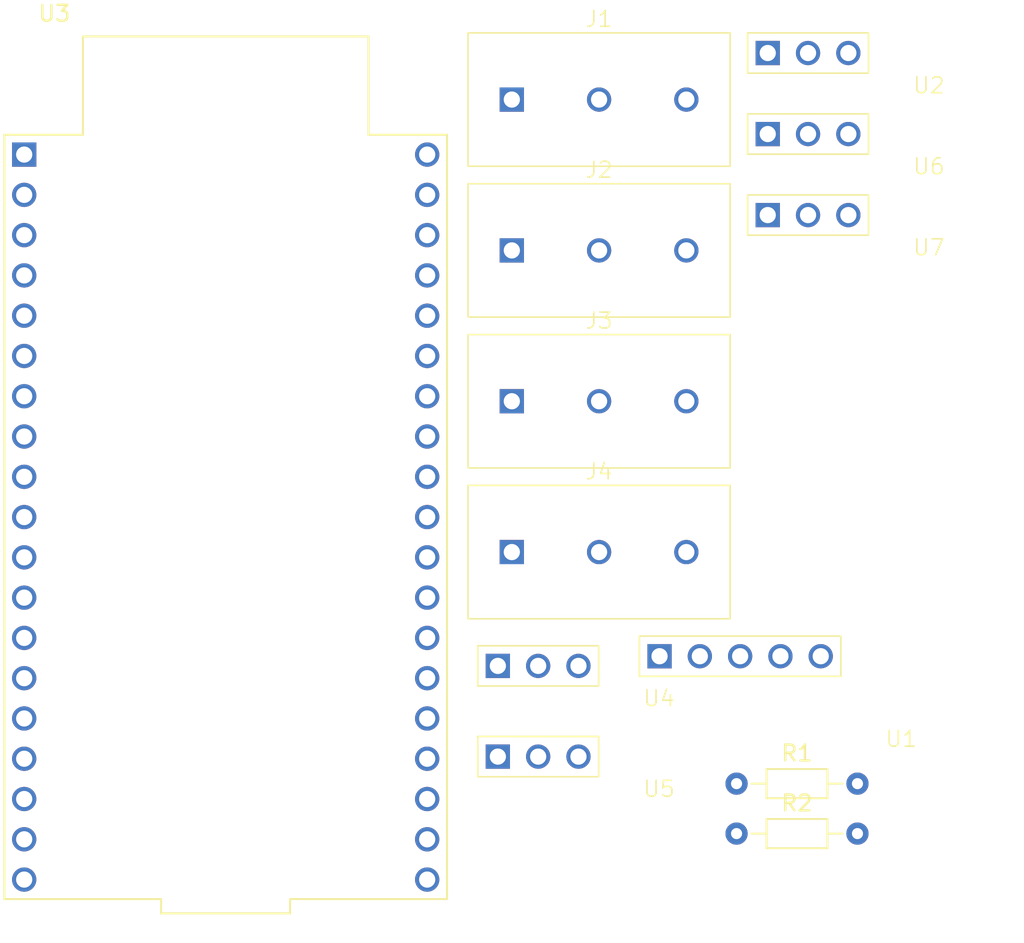
<source format=kicad_pcb>
(kicad_pcb (version 20221018) (generator pcbnew)
  (layers (0 "F.Cu" signal) (31 "B.Cu" signal) (34 "B.Paste" user) (35 "F.Paste" user) (36 "B.SilkS" user "B.Silkscreen") (37 "F.SilkS" user "F.Silkscreen") (38 "B.Mask" user) (39 "F.Mask" user) (44 "Edge.Cuts" user))
  (net 0 "")
  (net 1 "+3V3")
  (net 2 "/Air Temp")
  (net 3 "+3.3V")
  (net 4 "/WaterTemp")
  (net 5 "GND")
  (net 6 "/UV_ref_main")
  (net 7 "/Temp_Air")
  (net 8 "/Brightness")
  (net 9 "/UV")
  (net 10 "GND1")
  (net 11 "/BRIGHTNESS_OUT")
  (net 12 "/UV_OUT")
  (net 16 "/Turbidity")
  (net 22 "/Water level")
  (net 31 "/Water level Power")
  (net 33 "/Relay_Brightness_lamp")
  (net 34 "/Relay_UV_lamp")
  (net 40 "/Relay_Heater")
  (footprint "Diplomna:DS18B20_3dmodel" (layer "F.Cu") (at 146.499 90.009)
    (fp_text reference "U4" (at 2.54 -0.5 unlocked) (layer "F.SilkS") (effects (font (thickness 0.1))))
    (fp_text value "DS18B20-air")
    (fp_rect (start -8.89 -3.81) (end -1.27 -1.27) (stroke (width 0.1)) (fill none) (layer "F.SilkS"))
    (pad "1" thru_hole rect (at -7.62 -2.54) (size 1.53 1.53) (drill 1.02) (layers "*.Cu" "*.Mask") (net 10 "GND1"))
    (pad "2" thru_hole circle (at -5.08 -2.54) (size 1.53 1.53) (drill 1.02) (layers "*.Cu" "*.Mask") (net 2 "/Air Temp"))
    (pad "3" thru_hole circle (at -2.54 -2.54) (size 1.53 1.53) (drill 1.02) (layers "*.Cu" "*.Mask") (net 1 "+3V3"))
  )
  (footprint "Resistor_THT:R_Axial_DIN0204_L3.6mm_D1.6mm_P7.62mm_Horizontal" (layer "F.Cu") (at 153.924 94.894)
    (fp_text reference "R1" (at 3.81 -1.92) (layer "F.SilkS"))
    (fp_text value "2.2k")
    (fp_line (start 0.94 0) (end 1.89 0) (stroke (width 0.12)) (layer "F.SilkS"))
    (fp_line (start 1.89 -0.92) (end 1.89 0.92) (stroke (width 0.12)) (layer "F.SilkS"))
    (fp_line (start 1.89 0.92) (end 5.73 0.92) (stroke (width 0.12)) (layer "F.SilkS"))
    (fp_line (start 5.73 -0.92) (end 1.89 -0.92) (stroke (width 0.12)) (layer "F.SilkS"))
    (fp_line (start 5.73 0.92) (end 5.73 -0.92) (stroke (width 0.12)) (layer "F.SilkS"))
    (fp_line (start 6.68 0) (end 5.73 0) (stroke (width 0.12)) (layer "F.SilkS"))
    (pad "1" thru_hole circle (at 0 0) (size 1.4 1.4) (drill 0.7) (layers "*.Cu" "*.Mask") (net 1 "+3V3"))
    (pad "2" thru_hole oval (at 7.62 0) (size 1.4 1.4) (drill 0.7) (layers "*.Cu" "*.Mask") (net 2 "/Air Temp"))
  )
  (footprint "Diplomna:Relay" (layer "F.Cu") (at 158.955905 68.19825)
    (fp_text reference "K2" hide)
    (fp_text value "Relay_SPDT")
  )
  (footprint "Diplomna:MODULE_ESP32-DEVKITC" (layer "F.Cu") (at 121.724 78.074)
    (fp_text reference "U3" (at -10.795 -31.75) (layer "F.SilkS"))
    (fp_text value "~")
    (fp_line (start -13.95 -24.1) (end -13.95 24.1) (stroke (width 0.127)) (layer "F.SilkS"))
    (fp_line (start -13.95 24.1) (end -4.07 24.1) (stroke (width 0.127)) (layer "F.SilkS"))
    (fp_line (start -9 -30.3) (end 9 -30.3) (stroke (width 0.127)) (layer "F.SilkS"))
    (fp_line (start -9 -24.1) (end -13.95 -24.1) (stroke (width 0.127)) (layer "F.SilkS"))
    (fp_line (start -9 -24.1) (end -9 -30.3) (stroke (width 0.127)) (layer "F.SilkS"))
    (fp_line (start -4.07 24.1) (end -4.07 25) (stroke (width 0.127)) (layer "F.SilkS"))
    (fp_line (start -4.07 25) (end 4.06 25) (stroke (width 0.127)) (layer "F.SilkS"))
    (fp_line (start 4.06 24.1) (end 13.95 24.1) (stroke (width 0.127)) (layer "F.SilkS"))
    (fp_line (start 4.06 25) (end 4.06 24.1) (stroke (width 0.127)) (layer "F.SilkS"))
    (fp_line (start 9 -30.3) (end 9 -24.1) (stroke (width 0.127)) (layer "F.SilkS"))
    (fp_line (start 13.95 -24.1) (end 9 -24.1) (stroke (width 0.127)) (layer "F.SilkS"))
    (fp_line (start 13.95 24.1) (end 13.95 -24.1) (stroke (width 0.127)) (layer "F.SilkS"))
    (pad "1" thru_hole rect (at -12.7 -22.85) (size 1.53 1.53) (drill 1.02) (layers "*.Cu" "*.Mask") (net 3 "+3.3V"))
    (pad "2" thru_hole circle (at -12.7 -20.31) (size 1.53 1.53) (drill 1.02) (layers "*.Cu" "*.Mask"))
    (pad "3" thru_hole circle (at -12.7 -17.77) (size 1.53 1.53) (drill 1.02) (layers "*.Cu" "*.Mask") (net 8 "/Brightness"))
    (pad "4" thru_hole circle (at -12.7 -15.23) (size 1.53 1.53) (drill 1.02) (layers "*.Cu" "*.Mask"))
    (pad "5" thru_hole circle (at -12.7 -12.69) (size 1.53 1.53) (drill 1.02) (layers "*.Cu" "*.Mask"))
    (pad "6" thru_hole circle (at -12.7 -10.15) (size 1.53 1.53) (drill 1.02) (layers "*.Cu" "*.Mask") (net 7 "/Temp_Air"))
    (pad "7" thru_hole circle (at -12.7 -7.61) (size 1.53 1.53) (drill 1.02) (layers "*.Cu" "*.Mask") (net 9 "/UV"))
    (pad "8" thru_hole circle (at -12.7 -5.07) (size 1.53 1.53) (drill 1.02) (layers "*.Cu" "*.Mask") (net 16 "/Turbidity"))
    (pad "9" thru_hole circle (at -12.7 -2.53) (size 1.53 1.53) (drill 1.02) (layers "*.Cu" "*.Mask"))
    (pad "10" thru_hole circle (at -12.7 0.01) (size 1.53 1.53) (drill 1.02) (layers "*.Cu" "*.Mask"))
    (pad "11" thru_hole circle (at -12.7 2.55) (size 1.53 1.53) (drill 1.02) (layers "*.Cu" "*.Mask"))
    (pad "12" thru_hole circle (at -12.7 5.09) (size 1.53 1.53) (drill 1.02) (layers "*.Cu" "*.Mask"))
    (pad "13" thru_hole circle (at -12.7 7.63) (size 1.53 1.53) (drill 1.02) (layers "*.Cu" "*.Mask") (net 6 "/UV_ref_main"))
    (pad "14" thru_hole circle (at -12.7 10.17) (size 1.53 1.53) (drill 1.02) (layers "*.Cu" "*.Mask"))
    (pad "15" thru_hole circle (at -12.7 12.71) (size 1.53 1.53) (drill 1.02) (layers "*.Cu" "*.Mask") (net 22 "/Water level"))
    (pad "16" thru_hole circle (at -12.7 15.25) (size 1.53 1.53) (drill 1.02) (layers "*.Cu" "*.Mask"))
    (pad "17" thru_hole circle (at -12.7 17.79) (size 1.53 1.53) (drill 1.02) (layers "*.Cu" "*.Mask"))
    (pad "18" thru_hole circle (at -12.7 20.33) (size 1.53 1.53) (drill 1.02) (layers "*.Cu" "*.Mask"))
    (pad "19" thru_hole circle (at -12.7 22.87) (size 1.53 1.53) (drill 1.02) (layers "*.Cu" "*.Mask"))
    (pad "20" thru_hole circle (at 12.7 22.87) (size 1.53 1.53) (drill 1.02) (layers "*.Cu" "*.Mask") (net 5 "GND"))
    (pad "21" thru_hole circle (at 12.7 20.33) (size 1.53 1.53) (drill 1.02) (layers "*.Cu" "*.Mask"))
    (pad "22" thru_hole circle (at 12.7 17.79) (size 1.53 1.53) (drill 1.02) (layers "*.Cu" "*.Mask"))
    (pad "23" thru_hole circle (at 12.7 15.25) (size 1.53 1.53) (drill 1.02) (layers "*.Cu" "*.Mask"))
    (pad "24" thru_hole circle (at 12.7 12.71) (size 1.53 1.53) (drill 1.02) (layers "*.Cu" "*.Mask"))
    (pad "25" thru_hole circle (at 12.7 10.17) (size 1.53 1.53) (drill 1.02) (layers "*.Cu" "*.Mask") (net 31 "/Water level Power"))
    (pad "26" thru_hole circle (at 12.7 7.63) (size 1.53 1.53) (drill 1.02) (layers "*.Cu" "*.Mask"))
    (pad "27" thru_hole circle (at 12.7 5.09) (size 1.53 1.53) (drill 1.02) (layers "*.Cu" "*.Mask") (net 33 "/Relay_Brightness_lamp"))
    (pad "28" thru_hole circle (at 12.7 2.55) (size 1.53 1.53) (drill 1.02) (layers "*.Cu" "*.Mask") (net 34 "/Relay_UV_lamp"))
    (pad "29" thru_hole circle (at 12.7 0.01) (size 1.53 1.53) (drill 1.02) (layers "*.Cu" "*.Mask"))
    (pad "30" thru_hole circle (at 12.7 -2.53) (size 1.53 1.53) (drill 1.02) (layers "*.Cu" "*.Mask"))
    (pad "31" thru_hole circle (at 12.7 -5.07) (size 1.53 1.53) (drill 1.02) (layers "*.Cu" "*.Mask"))
    (pad "32" thru_hole circle (at 12.7 -7.61) (size 1.53 1.53) (drill 1.02) (layers "*.Cu" "*.Mask") (net 4 "/WaterTemp"))
    (pad "33" thru_hole circle (at 12.7 -10.15) (size 1.53 1.53) (drill 1.02) (layers "*.Cu" "*.Mask"))
    (pad "34" thru_hole circle (at 12.7 -12.69) (size 1.53 1.53) (drill 1.02) (layers "*.Cu" "*.Mask"))
    (pad "35" thru_hole circle (at 12.7 -15.23) (size 1.53 1.53) (drill 1.02) (layers "*.Cu" "*.Mask") (net 40 "/Relay_Heater"))
    (pad "36" thru_hole circle (at 12.7 -17.77) (size 1.53 1.53) (drill 1.02) (layers "*.Cu" "*.Mask"))
    (pad "37" thru_hole circle (at 12.7 -20.31) (size 1.53 1.53) (drill 1.02) (layers "*.Cu" "*.Mask"))
    (pad "38" thru_hole circle (at 12.7 -22.85) (size 1.53 1.53) (drill 1.02) (layers "*.Cu" "*.Mask"))
  )
  (footprint "Diplomna:Relay" (layer "F.Cu") (at 158.955905 64.0895)
    (fp_text reference "K1" hide)
    (fp_text value "Relay_SPDT")
  )
  (footprint "Diplomna:3pin_holes" (layer "F.Cu") (at 163.509 51.359)
    (fp_text reference "U2" (at 2.54 -0.5 unlocked) (layer "F.SilkS") (effects (font (thickness 0.1))))
    (fp_text value "TEMT6000")
    (fp_rect (start -8.89 -3.81) (end -1.27 -1.27) (stroke (width 0.1)) (fill none) (layer "F.SilkS"))
    (pad "1" thru_hole rect (at -7.62 -2.54) (size 1.53 1.53) (drill 1.02) (layers "*.Cu" "*.Mask") (net 11 "/BRIGHTNESS_OUT"))
    (pad "2" thru_hole circle (at -5.08 -2.54) (size 1.53 1.53) (drill 1.02) (layers "*.Cu" "*.Mask") (net 10 "GND1"))
    (pad "3" thru_hole circle (at -2.54 -2.54) (size 1.53 1.53) (drill 1.02) (layers "*.Cu" "*.Mask") (net 1 "+3V3"))
  )
  (footprint "Diplomna:connector_3p" (layer "F.Cu") (at 145.259 70.779)
    (fp_text reference "J3" (at 0 -5.08 unlocked) (layer "F.SilkS") (effects (font (thickness 0.1))))
    (fp_text value "Conn_01x03_Pin")
    (fp_rect (start -8.26 -4.206) (end 8.26 4.206) (stroke (width 0.1)) (fill none) (layer "F.SilkS"))
    (pad "1" thru_hole rect (at -5.5 0) (size 1.53 1.53) (drill 1.02) (layers "*.Cu" "*.Mask") (net 1 "+3V3"))
    (pad "2" thru_hole circle (at 0 0) (size 1.53 1.53) (drill 1.02) (layers "*.Cu" "*.Mask") (net 10 "GND1"))
    (pad "3" thru_hole circle (at 5.5 0) (size 1.53 1.53) (drill 1.02) (layers "*.Cu" "*.Mask") (net 1 "+3V3"))
  )
  (footprint "Diplomna:connector_3p" (layer "F.Cu") (at 145.259 80.291)
    (fp_text reference "J4" (at 0 -5.08 unlocked) (layer "F.SilkS") (effects (font (thickness 0.1))))
    (fp_text value "Conn_01x03_Pin")
    (fp_rect (start -8.26 -4.206) (end 8.26 4.206) (stroke (width 0.1)) (fill none) (layer "F.SilkS"))
    (pad "1" thru_hole rect (at -5.5 0) (size 1.53 1.53) (drill 1.02) (layers "*.Cu" "*.Mask") (net 2 "/Air Temp"))
    (pad "2" thru_hole circle (at 0 0) (size 1.53 1.53) (drill 1.02) (layers "*.Cu" "*.Mask") (net 11 "/BRIGHTNESS_OUT"))
    (pad "3" thru_hole circle (at 5.5 0) (size 1.53 1.53) (drill 1.02) (layers "*.Cu" "*.Mask") (net 12 "/UV_OUT"))
  )
  (footprint "Diplomna:5pin_holes" (layer "F.Cu") (at 164.309 92.574)
    (fp_text reference "U1" (at 0 -0.5 unlocked) (layer "F.SilkS") (effects (font (thickness 0.1))))
    (fp_text value "GY-8511 UV sensor")
    (fp_rect (start -16.51 -6.985) (end -3.81 -4.445) (stroke (width 0.1)) (fill none) (layer "F.SilkS"))
    (pad "1" thru_hole rect (at -15.24 -5.715) (size 1.53 1.53) (drill 1.02) (layers "*.Cu" "*.Mask"))
    (pad "2" thru_hole circle (at -12.7 -5.715) (size 1.53 1.53) (drill 1.02) (layers "*.Cu" "*.Mask") (net 1 "+3V3"))
    (pad "3" thru_hole circle (at -10.16 -5.715) (size 1.53 1.53) (drill 1.02) (layers "*.Cu" "*.Mask") (net 10 "GND1"))
    (pad "4" thru_hole circle (at -7.62 -5.715) (size 1.53 1.53) (drill 1.02) (layers "*.Cu" "*.Mask") (net 12 "/UV_OUT"))
    (pad "5" thru_hole circle (at -5.08 -5.715) (size 1.53 1.53) (drill 1.02) (layers "*.Cu" "*.Mask") (net 1 "+3V3"))
  )
  (footprint "Resistor_THT:R_Axial_DIN0204_L3.6mm_D1.6mm_P7.62mm_Horizontal" (layer "F.Cu") (at 153.924 98.044)
    (fp_text reference "R2" (at 3.81 -1.92) (layer "F.SilkS"))
    (fp_text value "2.2k")
    (fp_line (start 0.94 0) (end 1.89 0) (stroke (width 0.12)) (layer "F.SilkS"))
    (fp_line (start 1.89 -0.92) (end 1.89 0.92) (stroke (width 0.12)) (layer "F.SilkS"))
    (fp_line (start 1.89 0.92) (end 5.73 0.92) (stroke (width 0.12)) (layer "F.SilkS"))
    (fp_line (start 5.73 -0.92) (end 1.89 -0.92) (stroke (width 0.12)) (layer "F.SilkS"))
    (fp_line (start 5.73 0.92) (end 5.73 -0.92) (stroke (width 0.12)) (layer "F.SilkS"))
    (fp_line (start 6.68 0) (end 5.73 0) (stroke (width 0.12)) (layer "F.SilkS"))
    (pad "1" thru_hole circle (at 0 0) (size 1.4 1.4) (drill 0.7) (layers "*.Cu" "*.Mask") (net 3 "+3.3V"))
    (pad "2" thru_hole oval (at 7.62 0) (size 1.4 1.4) (drill 0.7) (layers "*.Cu" "*.Mask") (net 4 "/WaterTemp"))
  )
  (footprint "Diplomna:DS18B20_3dmodel" (layer "F.Cu") (at 146.499 95.729)
    (fp_text reference "U5" (at 2.54 -0.5 unlocked) (layer "F.SilkS") (effects (font (thickness 0.1))))
    (fp_text value "DS18B20-water")
    (fp_rect (start -8.89 -3.81) (end -1.27 -1.27) (stroke (width 0.1)) (fill none) (layer "F.SilkS"))
    (pad "1" thru_hole rect (at -7.62 -2.54) (size 1.53 1.53) (drill 1.02) (layers "*.Cu" "*.Mask") (net 5 "GND"))
    (pad "2" thru_hole circle (at -5.08 -2.54) (size 1.53 1.53) (drill 1.02) (layers "*.Cu" "*.Mask") (net 4 "/WaterTemp"))
    (pad "3" thru_hole circle (at -2.54 -2.54) (size 1.53 1.53) (drill 1.02) (layers "*.Cu" "*.Mask") (net 3 "+3.3V"))
  )
  (footprint "Diplomna:Lamp" (layer "F.Cu") (at 149.85019 99.18825)
    (fp_text reference "LA2" hide)
    (fp_text value "Lamp")
  )
  (footprint "Diplomna:Lamp" (layer "F.Cu") (at 149.85019 95.0795)
    (fp_text reference "LA1" hide)
    (fp_text value "Lamp")
  )
  (footprint "Diplomna:connector_3p" (layer "F.Cu") (at 145.259 61.267)
    (fp_text reference "J2" (at 0 -5.08 unlocked) (layer "F.SilkS") (effects (font (thickness 0.1))))
    (fp_text value "Conn_01x03_Pin")
    (fp_rect (start -8.26 -4.206) (end 8.26 4.206) (stroke (width 0.1)) (fill none) (layer "F.SilkS"))
    (pad "1" thru_hole rect (at -5.5 0) (size 1.53 1.53) (drill 1.02) (layers "*.Cu" "*.Mask") (net 7 "/Temp_Air"))
    (pad "2" thru_hole circle (at 0 0) (size 1.53 1.53) (drill 1.02) (layers "*.Cu" "*.Mask") (net 8 "/Brightness"))
    (pad "3" thru_hole circle (at 5.5 0) (size 1.53 1.53) (drill 1.02) (layers "*.Cu" "*.Mask") (net 9 "/UV"))
  )
  (footprint "Diplomna:connector_3p" (layer "F.Cu") (at 145.259 51.755)
    (fp_text reference "J1" (at 0 -5.08 unlocked) (layer "F.SilkS") (effects (font (thickness 0.1))))
    (fp_text value "Conn_01x03_Pin")
    (fp_rect (start -8.26 -4.206) (end 8.26 4.206) (stroke (width 0.1)) (fill none) (layer "F.SilkS"))
    (pad "1" thru_hole rect (at -5.5 0) (size 1.53 1.53) (drill 1.02) (layers "*.Cu" "*.Mask") (net 3 "+3.3V"))
    (pad "2" thru_hole circle (at 0 0) (size 1.53 1.53) (drill 1.02) (layers "*.Cu" "*.Mask") (net 5 "GND"))
    (pad "3" thru_hole circle (at 5.5 0) (size 1.53 1.53) (drill 1.02) (layers "*.Cu" "*.Mask") (net 6 "/UV_ref_main"))
  )
  (footprint "Diplomna:3pin_holes" (layer "F.Cu") (at 163.509 56.469)
    (fp_text reference "U6" (at 2.54 -0.5 unlocked) (layer "F.SilkS") (effects (font (thickness 0.1))))
    (fp_text value "Turbidity sensor")
    (fp_rect (start -8.89 -3.81) (end -1.27 -1.27) (stroke (width 0.1)) (fill none) (layer "F.SilkS"))
    (pad "1" thru_hole rect (at -7.62 -2.54) (size 1.53 1.53) (drill 1.02) (layers "*.Cu" "*.Mask") (net 3 "+3.3V"))
    (pad "2" thru_hole circle (at -5.08 -2.54) (size 1.53 1.53) (drill 1.02) (layers "*.Cu" "*.Mask") (net 5 "GND"))
    (pad "3" thru_hole circle (at -2.54 -2.54) (size 1.53 1.53) (drill 1.02) (layers "*.Cu" "*.Mask") (net 16 "/Turbidity"))
  )
  (footprint "Diplomna:Relay" (layer "F.Cu") (at 158.955905 72.307)
    (fp_text reference "K3" hide)
    (fp_text value "Relay_SPDT")
  )
  (footprint "Diplomna:Heater" (layer "F.Cu") (at 155.502572 101.3795)
    (fp_text reference "R3" hide)
    (fp_text value "Heater")
  )
  (footprint "Diplomna:3pin_holes" (layer "F.Cu") (at 163.509 61.579)
    (fp_text reference "U7" (at 2.54 -0.5 unlocked) (layer "F.SilkS") (effects (font (thickness 0.1))))
    (fp_text value "Water Level")
    (fp_rect (start -8.89 -3.81) (end -1.27 -1.27) (stroke (width 0.1)) (fill none) (layer "F.SilkS"))
    (pad "1" thru_hole rect (at -7.62 -2.54) (size 1.53 1.53) (drill 1.02) (layers "*.Cu" "*.Mask") (net 5 "GND"))
    (pad "2" thru_hole circle (at -5.08 -2.54) (size 1.53 1.53) (drill 1.02) (layers "*.Cu" "*.Mask") (net 31 "/Water level Power"))
    (pad "3" thru_hole circle (at -2.54 -2.54) (size 1.53 1.53) (drill 1.02) (layers "*.Cu" "*.Mask") (net 22 "/Water level"))
  )
)
</source>
